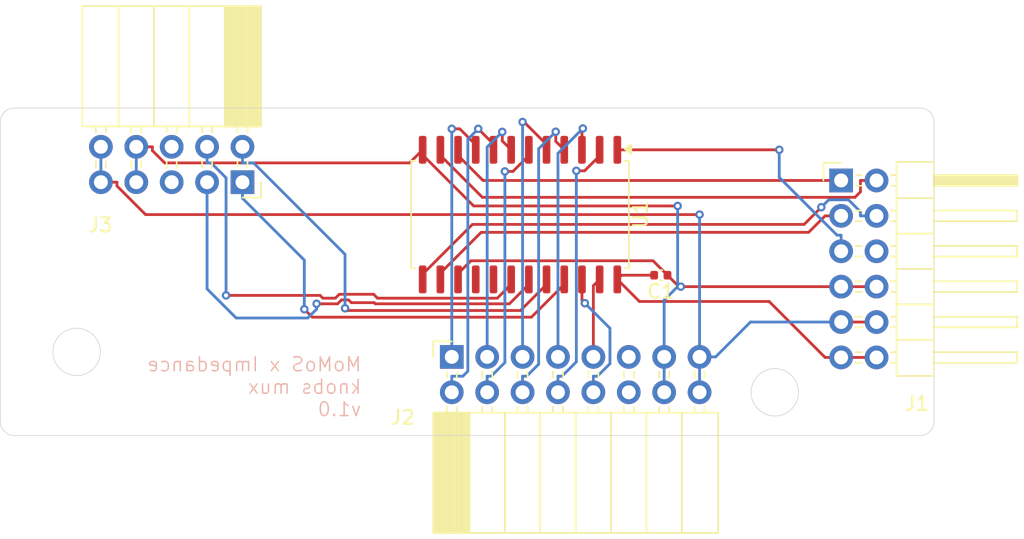
<source format=kicad_pcb>
(kicad_pcb (version 20240108) (generator "pcbnew") (generator_version "8.0")
  (layers (0 "F.Cu" signal) (31 "B.Cu" signal) (34 "B.Paste" user) (35 "F.Paste" user) (36 "B.SilkS" user "B.Silkscreen") (37 "F.SilkS" user "F.Silkscreen") (38 "B.Mask" user) (39 "F.Mask" user) (44 "Edge.Cuts" user))
  (net 0 "")
  (net 1 "Net-(J2-Pin_2)")
  (net 2 "Net-(J2-Pin_4)")
  (net 4 "Net-(J2-Pin_5)")
  (net 7 "Net-(J2-Pin_3)")
  (net 9 "Net-(J2-Pin_8)")
  (net 10 "Net-(J2-Pin_7)")
  (net 11 "Net-(J2-Pin_10)")
  (net 12 "Net-(J2-Pin_9)")
  (net 13 "GND")
  (net 14 "+5V")
  (net 15 "Net-(J1-Pin_2)")
  (net 16 "Net-(J1-Pin_1)")
  (net 17 "+3.3V")
  (net 19 "Net-(J1-Pin_5)")
  (net 20 "Net-(J1-Pin_4)")
  (net 21 "Net-(J1-Pin_3)")
  (net 22 "Net-(J2-Pin_6)")
  (net 23 "Net-(J2-Pin_1)")
  (net 24 "Net-(J3-Pin_3)")
  (net 26 "Net-(J3-Pin_4)")
  (net 27 "Net-(J3-Pin_1)")
  (net 29 "Net-(J3-Pin_2)")
  (footprint "Connector_PinSocket_2.54mm:PinSocket_2x08_P2.54mm_Horizontal" (layer "F.Cu") (at 78.92 112.36 90)
    (property "Reference" "J2" (at -4.340001 -3.520002 180) (layer "F.SilkS"))
    (property "Value" "Conn_02x08_Odd_Even" (hide yes))
    (pad "1" thru_hole rect (at 0 0 90) (size 1.7 1.7) (drill 1) (layers "*.Cu" "*.Mask" "In1.Cu" "In2.Cu" "In3.Cu" "In4.Cu" "In5.Cu" "In6.Cu" "In7.Cu" "In8.Cu" "In9.Cu" "In10.Cu" "In11.Cu" "In12.Cu" "In13.Cu" "In14.Cu" "In15.Cu" "In16.Cu" "In17.Cu" "In18.Cu" "In19.Cu" "In20.Cu" "In21.Cu" "In22.Cu" "In23.Cu" "In24.Cu" "In25.Cu" "In26.Cu" "In27.Cu" "In28.Cu" "In29.Cu" "In30.Cu") (net 23 "Net-(J2-Pin_1)"))
    (pad "2" thru_hole oval (at -2.540001 0 90) (size 1.7 1.7) (drill 1) (layers "*.Cu" "*.Mask" "In1.Cu" "In2.Cu" "In3.Cu" "In4.Cu" "In5.Cu" "In6.Cu" "In7.Cu" "In8.Cu" "In9.Cu" "In10.Cu" "In11.Cu" "In12.Cu" "In13.Cu" "In14.Cu" "In15.Cu" "In16.Cu" "In17.Cu" "In18.Cu" "In19.Cu" "In20.Cu" "In21.Cu" "In22.Cu" "In23.Cu" "In24.Cu" "In25.Cu" "In26.Cu" "In27.Cu" "In28.Cu" "In29.Cu" "In30.Cu") (net 1 "Net-(J2-Pin_2)"))
    (pad "3" thru_hole oval (at 0 2.540001 90) (size 1.7 1.7) (drill 1) (layers "*.Cu" "*.Mask" "In1.Cu" "In2.Cu" "In3.Cu" "In4.Cu" "In5.Cu" "In6.Cu" "In7.Cu" "In8.Cu" "In9.Cu" "In10.Cu" "In11.Cu" "In12.Cu" "In13.Cu" "In14.Cu" "In15.Cu" "In16.Cu" "In17.Cu" "In18.Cu" "In19.Cu" "In20.Cu" "In21.Cu" "In22.Cu" "In23.Cu" "In24.Cu" "In25.Cu" "In26.Cu" "In27.Cu" "In28.Cu" "In29.Cu" "In30.Cu") (net 7 "Net-(J2-Pin_3)"))
    (pad "4" thru_hole oval (at -2.54 2.54 90) (size 1.7 1.7) (drill 1) (layers "*.Cu" "*.Mask" "In1.Cu" "In2.Cu" "In3.Cu" "In4.Cu" "In5.Cu" "In6.Cu" "In7.Cu" "In8.Cu" "In9.Cu" "In10.Cu" "In11.Cu" "In12.Cu" "In13.Cu" "In14.Cu" "In15.Cu" "In16.Cu" "In17.Cu" "In18.Cu" "In19.Cu" "In20.Cu" "In21.Cu" "In22.Cu" "In23.Cu" "In24.Cu" "In25.Cu" "In26.Cu" "In27.Cu" "In28.Cu" "In29.Cu" "In30.Cu") (net 2 "Net-(J2-Pin_4)"))
    (pad "5" thru_hole oval (at 0.000001 5.08 90) (size 1.7 1.7) (drill 1) (layers "*.Cu" "*.Mask" "In1.Cu" "In2.Cu" "In3.Cu" "In4.Cu" "In5.Cu" "In6.Cu" "In7.Cu" "In8.Cu" "In9.Cu" "In10.Cu" "In11.Cu" "In12.Cu" "In13.Cu" "In14.Cu" "In15.Cu" "In16.Cu" "In17.Cu" "In18.Cu" "In19.Cu" "In20.Cu" "In21.Cu" "In22.Cu" "In23.Cu" "In24.Cu" "In25.Cu" "In26.Cu" "In27.Cu" "In28.Cu" "In29.Cu" "In30.Cu") (net 4 "Net-(J2-Pin_5)"))
    (pad "6" thru_hole oval (at -2.54 5.080001 90) (size 1.7 1.7) (drill 1) (layers "*.Cu" "*.Mask" "In1.Cu" "In2.Cu" "In3.Cu" "In4.Cu" "In5.Cu" "In6.Cu" "In7.Cu" "In8.Cu" "In9.Cu" "In10.Cu" "In11.Cu" "In12.Cu" "In13.Cu" "In14.Cu" "In15.Cu" "In16.Cu" "In17.Cu" "In18.Cu" "In19.Cu" "In20.Cu" "In21.Cu" "In22.Cu" "In23.Cu" "In24.Cu" "In25.Cu" "In26.Cu" "In27.Cu" "In28.Cu" "In29.Cu" "In30.Cu") (net 22 "Net-(J2-Pin_6)"))
    (pad "7" thru_hole oval (at -0.000001 7.620001 90) (size 1.7 1.7) (drill 1) (layers "*.Cu" "*.Mask" "In1.Cu" "In2.Cu" "In3.Cu" "In4.Cu" "In5.Cu" "In6.Cu" "In7.Cu" "In8.Cu" "In9.Cu" "In10.Cu" "In11.Cu" "In12.Cu" "In13.Cu" "In14.Cu" "In15.Cu" "In16.Cu" "In17.Cu" "In18.Cu" "In19.Cu" "In20.Cu" "In21.Cu" "In22.Cu" "In23.Cu" "In24.Cu" "In25.Cu" "In26.Cu" "In27.Cu" "In28.Cu" "In29.Cu" "In30.Cu") (net 10 "Net-(J2-Pin_7)"))
    (pad "8" thru_hole oval (at -2.540001 7.619999 90) (size 1.7 1.7) (drill 1) (layers "*.Cu" "*.Mask" "In1.Cu" "In2.Cu" "In3.Cu" "In4.Cu" "In5.Cu" "In6.Cu" "In7.Cu" "In8.Cu" "In9.Cu" "In10.Cu" "In11.Cu" "In12.Cu" "In13.Cu" "In14.Cu" "In15.Cu" "In16.Cu" "In17.Cu" "In18.Cu" "In19.Cu" "In20.Cu" "In21.Cu" "In22.Cu" "In23.Cu" "In24.Cu" "In25.Cu" "In26.Cu" "In27.Cu" "In28.Cu" "In29.Cu" "In30.Cu") (net 9 "Net-(J2-Pin_8)"))
    (pad "9" thru_hole oval (at 0 10.16 90) (size 1.7 1.7) (drill 1) (layers "*.Cu" "*.Mask" "In1.Cu" "In2.Cu" "In3.Cu" "In4.Cu" "In5.Cu" "In6.Cu" "In7.Cu" "In8.Cu" "In9.Cu" "In10.Cu" "In11.Cu" "In12.Cu" "In13.Cu" "In14.Cu" "In15.Cu" "In16.Cu" "In17.Cu" "In18.Cu" "In19.Cu" "In20.Cu" "In21.Cu" "In22.Cu" "In23.Cu" "In24.Cu" "In25.Cu" "In26.Cu" "In27.Cu" "In28.Cu" "In29.Cu" "In30.Cu") (net 12 "Net-(J2-Pin_9)"))
    (pad "10" thru_hole oval (at -2.540001 10.16 90) (size 1.7 1.7) (drill 1) (layers "*.Cu" "*.Mask" "In1.Cu" "In2.Cu" "In3.Cu" "In4.Cu" "In5.Cu" "In6.Cu" "In7.Cu" "In8.Cu" "In9.Cu" "In10.Cu" "In11.Cu" "In12.Cu" "In13.Cu" "In14.Cu" "In15.Cu" "In16.Cu" "In17.Cu" "In18.Cu" "In19.Cu" "In20.Cu" "In21.Cu" "In22.Cu" "In23.Cu" "In24.Cu" "In25.Cu" "In26.Cu" "In27.Cu" "In28.Cu" "In29.Cu" "In30.Cu") (net 11 "Net-(J2-Pin_10)"))
    (pad "11" thru_hole oval (at 0 12.7 90) (size 1.7 1.7) (drill 1) (layers "*.Cu" "*.Mask" "In1.Cu" "In2.Cu" "In3.Cu" "In4.Cu" "In5.Cu" "In6.Cu" "In7.Cu" "In8.Cu" "In9.Cu" "In10.Cu" "In11.Cu" "In12.Cu" "In13.Cu" "In14.Cu" "In15.Cu" "In16.Cu" "In17.Cu" "In18.Cu" "In19.Cu" "In20.Cu" "In21.Cu" "In22.Cu" "In23.Cu" "In24.Cu" "In25.Cu" "In26.Cu" "In27.Cu" "In28.Cu" "In29.Cu" "In30.Cu"))
    (pad "12" thru_hole oval (at -2.54 12.699999 90) (size 1.7 1.7) (drill 1) (layers "*.Cu" "*.Mask" "In1.Cu" "In2.Cu" "In3.Cu" "In4.Cu" "In5.Cu" "In6.Cu" "In7.Cu" "In8.Cu" "In9.Cu" "In10.Cu" "In11.Cu" "In12.Cu" "In13.Cu" "In14.Cu" "In15.Cu" "In16.Cu" "In17.Cu" "In18.Cu" "In19.Cu" "In20.Cu" "In21.Cu" "In22.Cu" "In23.Cu" "In24.Cu" "In25.Cu" "In26.Cu" "In27.Cu" "In28.Cu" "In29.Cu" "In30.Cu"))
    (pad "13" thru_hole oval (at 0.000001 15.24 90) (size 1.7 1.7) (drill 1) (layers "*.Cu" "*.Mask" "In1.Cu" "In2.Cu" "In3.Cu" "In4.Cu" "In5.Cu" "In6.Cu" "In7.Cu" "In8.Cu" "In9.Cu" "In10.Cu" "In11.Cu" "In12.Cu" "In13.Cu" "In14.Cu" "In15.Cu" "In16.Cu" "In17.Cu" "In18.Cu" "In19.Cu" "In20.Cu" "In21.Cu" "In22.Cu" "In23.Cu" "In24.Cu" "In25.Cu" "In26.Cu" "In27.Cu" "In28.Cu" "In29.Cu" "In30.Cu") (net 13 "GND"))
    (pad "14" thru_hole oval (at -2.539999 15.24 90) (size 1.7 1.7) (drill 1) (layers "*.Cu" "*.Mask" "In1.Cu" "In2.Cu" "In3.Cu" "In4.Cu" "In5.Cu" "In6.Cu" "In7.Cu" "In8.Cu" "In9.Cu" "In10.Cu" "In11.Cu" "In12.Cu" "In13.Cu" "In14.Cu" "In15.Cu" "In16.Cu" "In17.Cu" "In18.Cu" "In19.Cu" "In20.Cu" "In21.Cu" "In22.Cu" "In23.Cu" "In24.Cu" "In25.Cu" "In26.Cu" "In27.Cu" "In28.Cu" "In29.Cu" "In30.Cu") (net 13 "GND"))
    (pad "15" thru_hole oval (at 0.000001 17.780001 90) (size 1.7 1.7) (drill 1) (layers "*.Cu" "*.Mask" "In1.Cu" "In2.Cu" "In3.Cu" "In4.Cu" "In5.Cu" "In6.Cu" "In7.Cu" "In8.Cu" "In9.Cu" "In10.Cu" "In11.Cu" "In12.Cu" "In13.Cu" "In14.Cu" "In15.Cu" "In16.Cu" "In17.Cu" "In18.Cu" "In19.Cu" "In20.Cu" "In21.Cu" "In22.Cu" "In23.Cu" "In24.Cu" "In25.Cu" "In26.Cu" "In27.Cu" "In28.Cu" "In29.Cu" "In30.Cu") (net 17 "+3.3V"))
    (pad "16" thru_hole oval (at -2.540001 17.779998 90) (size 1.7 1.7) (drill 1) (layers "*.Cu" "*.Mask" "In1.Cu" "In2.Cu" "In3.Cu" "In4.Cu" "In5.Cu" "In6.Cu" "In7.Cu" "In8.Cu" "In9.Cu" "In10.Cu" "In11.Cu" "In12.Cu" "In13.Cu" "In14.Cu" "In15.Cu" "In16.Cu" "In17.Cu" "In18.Cu" "In19.Cu" "In20.Cu" "In21.Cu" "In22.Cu" "In23.Cu" "In24.Cu" "In25.Cu" "In26.Cu" "In27.Cu" "In28.Cu" "In29.Cu" "In30.Cu") (net 17 "+3.3V"))
  )
  (footprint "Connector_PinSocket_2.54mm:PinSocket_2x05_P2.54mm_Horizontal" (layer "F.Cu") (at 63.9 99.825 -90)
    (property "Reference" "J3" (at 3.075001 10.200001 180) (layer "F.SilkS"))
    (property "Value" "Conn_02x05_Odd_Even" (hide yes))
    (pad "1" thru_hole rect (at 0 0 270) (size 1.7 1.7) (drill 1) (layers "*.Cu" "*.Mask" "In1.Cu" "In2.Cu" "In3.Cu" "In4.Cu" "In5.Cu" "In6.Cu" "In7.Cu" "In8.Cu" "In9.Cu" "In10.Cu" "In11.Cu" "In12.Cu" "In13.Cu" "In14.Cu" "In15.Cu" "In16.Cu" "In17.Cu" "In18.Cu" "In19.Cu" "In20.Cu" "In21.Cu" "In22.Cu" "In23.Cu" "In24.Cu" "In25.Cu" "In26.Cu" "In27.Cu" "In28.Cu" "In29.Cu" "In30.Cu") (net 27 "Net-(J3-Pin_1)"))
    (pad "2" thru_hole oval (at -2.540001 0 270) (size 1.7 1.7) (drill 1) (layers "*.Cu" "*.Mask" "In1.Cu" "In2.Cu" "In3.Cu" "In4.Cu" "In5.Cu" "In6.Cu" "In7.Cu" "In8.Cu" "In9.Cu" "In10.Cu" "In11.Cu" "In12.Cu" "In13.Cu" "In14.Cu" "In15.Cu" "In16.Cu" "In17.Cu" "In18.Cu" "In19.Cu" "In20.Cu" "In21.Cu" "In22.Cu" "In23.Cu" "In24.Cu" "In25.Cu" "In26.Cu" "In27.Cu" "In28.Cu" "In29.Cu" "In30.Cu") (net 29 "Net-(J3-Pin_2)"))
    (pad "3" thru_hole oval (at 0 2.540001 270) (size 1.7 1.7) (drill 1) (layers "*.Cu" "*.Mask" "In1.Cu" "In2.Cu" "In3.Cu" "In4.Cu" "In5.Cu" "In6.Cu" "In7.Cu" "In8.Cu" "In9.Cu" "In10.Cu" "In11.Cu" "In12.Cu" "In13.Cu" "In14.Cu" "In15.Cu" "In16.Cu" "In17.Cu" "In18.Cu" "In19.Cu" "In20.Cu" "In21.Cu" "In22.Cu" "In23.Cu" "In24.Cu" "In25.Cu" "In26.Cu" "In27.Cu" "In28.Cu" "In29.Cu" "In30.Cu") (net 24 "Net-(J3-Pin_3)"))
    (pad "4" thru_hole oval (at -2.54 2.54 270) (size 1.7 1.7) (drill 1) (layers "*.Cu" "*.Mask" "In1.Cu" "In2.Cu" "In3.Cu" "In4.Cu" "In5.Cu" "In6.Cu" "In7.Cu" "In8.Cu" "In9.Cu" "In10.Cu" "In11.Cu" "In12.Cu" "In13.Cu" "In14.Cu" "In15.Cu" "In16.Cu" "In17.Cu" "In18.Cu" "In19.Cu" "In20.Cu" "In21.Cu" "In22.Cu" "In23.Cu" "In24.Cu" "In25.Cu" "In26.Cu" "In27.Cu" "In28.Cu" "In29.Cu" "In30.Cu") (net 26 "Net-(J3-Pin_4)"))
    (pad "5" thru_hole oval (at -0.000001 5.08 270) (size 1.7 1.7) (drill 1) (layers "*.Cu" "*.Mask" "In1.Cu" "In2.Cu" "In3.Cu" "In4.Cu" "In5.Cu" "In6.Cu" "In7.Cu" "In8.Cu" "In9.Cu" "In10.Cu" "In11.Cu" "In12.Cu" "In13.Cu" "In14.Cu" "In15.Cu" "In16.Cu" "In17.Cu" "In18.Cu" "In19.Cu" "In20.Cu" "In21.Cu" "In22.Cu" "In23.Cu" "In24.Cu" "In25.Cu" "In26.Cu" "In27.Cu" "In28.Cu" "In29.Cu" "In30.Cu"))
    (pad "6" thru_hole oval (at -2.540002 5.080001 270) (size 1.7 1.7) (drill 1) (layers "*.Cu" "*.Mask" "In1.Cu" "In2.Cu" "In3.Cu" "In4.Cu" "In5.Cu" "In6.Cu" "In7.Cu" "In8.Cu" "In9.Cu" "In10.Cu" "In11.Cu" "In12.Cu" "In13.Cu" "In14.Cu" "In15.Cu" "In16.Cu" "In17.Cu" "In18.Cu" "In19.Cu" "In20.Cu" "In21.Cu" "In22.Cu" "In23.Cu" "In24.Cu" "In25.Cu" "In26.Cu" "In27.Cu" "In28.Cu" "In29.Cu" "In30.Cu"))
    (pad "7" thru_hole oval (at 0.000001 7.620001 270) (size 1.7 1.7) (drill 1) (layers "*.Cu" "*.Mask" "In1.Cu" "In2.Cu" "In3.Cu" "In4.Cu" "In5.Cu" "In6.Cu" "In7.Cu" "In8.Cu" "In9.Cu" "In10.Cu" "In11.Cu" "In12.Cu" "In13.Cu" "In14.Cu" "In15.Cu" "In16.Cu" "In17.Cu" "In18.Cu" "In19.Cu" "In20.Cu" "In21.Cu" "In22.Cu" "In23.Cu" "In24.Cu" "In25.Cu" "In26.Cu" "In27.Cu" "In28.Cu" "In29.Cu" "In30.Cu") (net 13 "GND"))
    (pad "8" thru_hole oval (at -2.539999 7.62 270) (size 1.7 1.7) (drill 1) (layers "*.Cu" "*.Mask" "In1.Cu" "In2.Cu" "In3.Cu" "In4.Cu" "In5.Cu" "In6.Cu" "In7.Cu" "In8.Cu" "In9.Cu" "In10.Cu" "In11.Cu" "In12.Cu" "In13.Cu" "In14.Cu" "In15.Cu" "In16.Cu" "In17.Cu" "In18.Cu" "In19.Cu" "In20.Cu" "In21.Cu" "In22.Cu" "In23.Cu" "In24.Cu" "In25.Cu" "In26.Cu" "In27.Cu" "In28.Cu" "In29.Cu" "In30.Cu") (net 13 "GND"))
    (pad "9" thru_hole oval (at 0 10.16 270) (size 1.7 1.7) (drill 1) (layers "*.Cu" "*.Mask" "In1.Cu" "In2.Cu" "In3.Cu" "In4.Cu" "In5.Cu" "In6.Cu" "In7.Cu" "In8.Cu" "In9.Cu" "In10.Cu" "In11.Cu" "In12.Cu" "In13.Cu" "In14.Cu" "In15.Cu" "In16.Cu" "In17.Cu" "In18.Cu" "In19.Cu" "In20.Cu" "In21.Cu" "In22.Cu" "In23.Cu" "In24.Cu" "In25.Cu" "In26.Cu" "In27.Cu" "In28.Cu" "In29.Cu" "In30.Cu") (net 17 "+3.3V"))
    (pad "10" thru_hole oval (at -2.539999 10.16 270) (size 1.7 1.7) (drill 1) (layers "*.Cu" "*.Mask" "In1.Cu" "In2.Cu" "In3.Cu" "In4.Cu" "In5.Cu" "In6.Cu" "In7.Cu" "In8.Cu" "In9.Cu" "In10.Cu" "In11.Cu" "In12.Cu" "In13.Cu" "In14.Cu" "In15.Cu" "In16.Cu" "In17.Cu" "In18.Cu" "In19.Cu" "In20.Cu" "In21.Cu" "In22.Cu" "In23.Cu" "In24.Cu" "In25.Cu" "In26.Cu" "In27.Cu" "In28.Cu" "In29.Cu" "In30.Cu") (net 17 "+3.3V"))
  )
  (footprint "Package_SO:SOP-24_7.5x15.4mm_P1.27mm" (layer "F.Cu") (at 83.815 102.15 -90)
    (property "Reference" "U1" (at 0 -8.65 90) (layer "F.SilkS"))
    (property "Value" "74HC4067PW")
    (pad "1" smd roundrect (at -4.65 -6.985 270) (size 2 0.55) (layers "F.Cu" "F.Paste" "F.Mask") (net 19 "Net-(J1-Pin_5)"))
    (pad "2" smd roundrect (at -4.65 -5.715 270) (size 2 0.55) (layers "F.Cu" "F.Paste" "F.Mask") (net 9 "Net-(J2-Pin_8)"))
    (pad "3" smd roundrect (at -4.65 -4.445 270) (size 2 0.55) (layers "F.Cu" "F.Paste" "F.Mask") (net 10 "Net-(J2-Pin_7)"))
    (pad "4" smd roundrect (at -4.65 -3.175 270) (size 2 0.55) (layers "F.Cu" "F.Paste" "F.Mask") (net 22 "Net-(J2-Pin_6)"))
    (pad "5" smd roundrect (at -4.65 -1.905 270) (size 2 0.55) (layers "F.Cu" "F.Paste" "F.Mask") (net 4 "Net-(J2-Pin_5)"))
    (pad "6" smd roundrect (at -4.65 -0.635 270) (size 2 0.55) (layers "F.Cu" "F.Paste" "F.Mask") (net 2 "Net-(J2-Pin_4)"))
    (pad "7" smd roundrect (at -4.65 0.635 270) (size 2 0.55) (layers "F.Cu" "F.Paste" "F.Mask") (net 7 "Net-(J2-Pin_3)"))
    (pad "8" smd roundrect (at -4.65 1.905 270) (size 2 0.55) (layers "F.Cu" "F.Paste" "F.Mask") (net 1 "Net-(J2-Pin_2)"))
    (pad "9" smd roundrect (at -4.65 3.175 270) (size 2 0.55) (layers "F.Cu" "F.Paste" "F.Mask") (net 23 "Net-(J2-Pin_1)"))
    (pad "10" smd roundrect (at -4.65 4.445 270) (size 2 0.55) (layers "F.Cu" "F.Paste" "F.Mask") (net 16 "Net-(J1-Pin_1)"))
    (pad "11" smd roundrect (at -4.65 5.715 270) (size 2 0.55) (layers "F.Cu" "F.Paste" "F.Mask") (net 15 "Net-(J1-Pin_2)"))
    (pad "12" smd roundrect (at -4.65 6.985 270) (size 2 0.55) (layers "F.Cu" "F.Paste" "F.Mask") (net 13 "GND"))
    (pad "13" smd roundrect (at 4.65 6.985 270) (size 2 0.55) (layers "F.Cu" "F.Paste" "F.Mask") (net 20 "Net-(J1-Pin_4)"))
    (pad "14" smd roundrect (at 4.65 5.715 270) (size 2 0.55) (layers "F.Cu" "F.Paste" "F.Mask") (net 21 "Net-(J1-Pin_3)"))
    (pad "15" smd roundrect (at 4.65 4.445 270) (size 2 0.55) (layers "F.Cu" "F.Paste" "F.Mask") (net 13 "GND"))
    (pad "16" smd roundrect (at 4.65 3.175 270) (size 2 0.55) (layers "F.Cu" "F.Paste" "F.Mask"))
    (pad "17" smd roundrect (at 4.65 1.905 270) (size 2 0.55) (layers "F.Cu" "F.Paste" "F.Mask"))
    (pad "18" smd roundrect (at 4.65 0.635 270) (size 2 0.55) (layers "F.Cu" "F.Paste" "F.Mask") (net 26 "Net-(J3-Pin_4)"))
    (pad "19" smd roundrect (at 4.65 -0.635 270) (size 2 0.55) (layers "F.Cu" "F.Paste" "F.Mask") (net 24 "Net-(J3-Pin_3)"))
    (pad "20" smd roundrect (at 4.65 -1.905 270) (size 2 0.55) (layers "F.Cu" "F.Paste" "F.Mask") (net 29 "Net-(J3-Pin_2)"))
    (pad "21" smd roundrect (at 4.65 -3.175 270) (size 2 0.55) (layers "F.Cu" "F.Paste" "F.Mask") (net 27 "Net-(J3-Pin_1)"))
    (pad "22" smd roundrect (at 4.65 -4.445 270) (size 2 0.55) (layers "F.Cu" "F.Paste" "F.Mask") (net 11 "Net-(J2-Pin_10)"))
    (pad "23" smd roundrect (at 4.65 -5.715 270) (size 2 0.55) (layers "F.Cu" "F.Paste" "F.Mask") (net 12 "Net-(J2-Pin_9)"))
    (pad "24" smd roundrect (at 4.65 -6.985 270) (size 2 0.55) (layers "F.Cu" "F.Paste" "F.Mask") (net 14 "+5V"))
  )
  (footprint "Capacitor_SMD:C_0402_1005Metric" (layer "F.Cu") (at 93.92 106.5 180)
    (property "Reference" "C1" (at -0.000002 -1.16 0) (layer "F.SilkS"))
    (property "Value" "100 nF")
    (pad "1" smd roundrect (at -0.48 0 180) (size 0.56 0.62) (layers "F.Cu" "F.Paste" "F.Mask") (net 13 "GND"))
    (pad "2" smd roundrect (at 0.48 0 180) (size 0.56 0.62) (layers "F.Cu" "F.Paste" "F.Mask") (net 14 "+5V"))
  )
  (footprint "Connector_PinHeader_2.54mm:PinHeader_2x06_P2.54mm_Horizontal" (layer "F.Cu") (at 106.86 99.7)
    (property "Reference" "J1" (at 5.44 16 0) (layer "F.SilkS"))
    (property "Value" "Conn_02x06_Odd_Even" (hide yes))
    (pad "1" thru_hole rect (at 0 0) (size 1.7 1.7) (drill 1) (layers "*.Cu" "*.Mask" "In1.Cu" "In2.Cu" "In3.Cu" "In4.Cu" "In5.Cu" "In6.Cu" "In7.Cu" "In8.Cu" "In9.Cu" "In10.Cu" "In11.Cu" "In12.Cu" "In13.Cu" "In14.Cu" "In15.Cu" "In16.Cu" "In17.Cu" "In18.Cu" "In19.Cu" "In20.Cu" "In21.Cu" "In22.Cu" "In23.Cu" "In24.Cu" "In25.Cu" "In26.Cu" "In27.Cu" "In28.Cu" "In29.Cu" "In30.Cu") (net 16 "Net-(J1-Pin_1)"))
    (pad "2" thru_hole oval (at 2.54 0) (size 1.7 1.7) (drill 1) (layers "*.Cu" "*.Mask" "In1.Cu" "In2.Cu" "In3.Cu" "In4.Cu" "In5.Cu" "In6.Cu" "In7.Cu" "In8.Cu" "In9.Cu" "In10.Cu" "In11.Cu" "In12.Cu" "In13.Cu" "In14.Cu" "In15.Cu" "In16.Cu" "In17.Cu" "In18.Cu" "In19.Cu" "In20.Cu" "In21.Cu" "In22.Cu" "In23.Cu" "In24.Cu" "In25.Cu" "In26.Cu" "In27.Cu" "In28.Cu" "In29.Cu" "In30.Cu") (net 15 "Net-(J1-Pin_2)"))
    (pad "3" thru_hole oval (at 0 2.54) (size 1.7 1.7) (drill 1) (layers "*.Cu" "*.Mask" "In1.Cu" "In2.Cu" "In3.Cu" "In4.Cu" "In5.Cu" "In6.Cu" "In7.Cu" "In8.Cu" "In9.Cu" "In10.Cu" "In11.Cu" "In12.Cu" "In13.Cu" "In14.Cu" "In15.Cu" "In16.Cu" "In17.Cu" "In18.Cu" "In19.Cu" "In20.Cu" "In21.Cu" "In22.Cu" "In23.Cu" "In24.Cu" "In25.Cu" "In26.Cu" "In27.Cu" "In28.Cu" "In29.Cu" "In30.Cu") (net 21 "Net-(J1-Pin_3)"))
    (pad "4" thru_hole oval (at 2.54 2.54) (size 1.7 1.7) (drill 1) (layers "*.Cu" "*.Mask" "In1.Cu" "In2.Cu" "In3.Cu" "In4.Cu" "In5.Cu" "In6.Cu" "In7.Cu" "In8.Cu" "In9.Cu" "In10.Cu" "In11.Cu" "In12.Cu" "In13.Cu" "In14.Cu" "In15.Cu" "In16.Cu" "In17.Cu" "In18.Cu" "In19.Cu" "In20.Cu" "In21.Cu" "In22.Cu" "In23.Cu" "In24.Cu" "In25.Cu" "In26.Cu" "In27.Cu" "In28.Cu" "In29.Cu" "In30.Cu") (net 20 "Net-(J1-Pin_4)"))
    (pad "5" thru_hole oval (at 0 5.08) (size 1.7 1.7) (drill 1) (layers "*.Cu" "*.Mask" "In1.Cu" "In2.Cu" "In3.Cu" "In4.Cu" "In5.Cu" "In6.Cu" "In7.Cu" "In8.Cu" "In9.Cu" "In10.Cu" "In11.Cu" "In12.Cu" "In13.Cu" "In14.Cu" "In15.Cu" "In16.Cu" "In17.Cu" "In18.Cu" "In19.Cu" "In20.Cu" "In21.Cu" "In22.Cu" "In23.Cu" "In24.Cu" "In25.Cu" "In26.Cu" "In27.Cu" "In28.Cu" "In29.Cu" "In30.Cu") (net 19 "Net-(J1-Pin_5)"))
    (pad "6" thru_hole oval (at 2.54 5.08) (size 1.7 1.7) (drill 1) (layers "*.Cu" "*.Mask" "In1.Cu" "In2.Cu" "In3.Cu" "In4.Cu" "In5.Cu" "In6.Cu" "In7.Cu" "In8.Cu" "In9.Cu" "In10.Cu" "In11.Cu" "In12.Cu" "In13.Cu" "In14.Cu" "In15.Cu" "In16.Cu" "In17.Cu" "In18.Cu" "In19.Cu" "In20.Cu" "In21.Cu" "In22.Cu" "In23.Cu" "In24.Cu" "In25.Cu" "In26.Cu" "In27.Cu" "In28.Cu" "In29.Cu" "In30.Cu"))
    (pad "7" thru_hole oval (at 0 7.62) (size 1.7 1.7) (drill 1) (layers "*.Cu" "*.Mask" "In1.Cu" "In2.Cu" "In3.Cu" "In4.Cu" "In5.Cu" "In6.Cu" "In7.Cu" "In8.Cu" "In9.Cu" "In10.Cu" "In11.Cu" "In12.Cu" "In13.Cu" "In14.Cu" "In15.Cu" "In16.Cu" "In17.Cu" "In18.Cu" "In19.Cu" "In20.Cu" "In21.Cu" "In22.Cu" "In23.Cu" "In24.Cu" "In25.Cu" "In26.Cu" "In27.Cu" "In28.Cu" "In29.Cu" "In30.Cu") (net 13 "GND"))
    (pad "8" thru_hole oval (at 2.54 7.62) (size 1.7 1.7) (drill 1) (layers "*.Cu" "*.Mask" "In1.Cu" "In2.Cu" "In3.Cu" "In4.Cu" "In5.Cu" "In6.Cu" "In7.Cu" "In8.Cu" "In9.Cu" "In10.Cu" "In11.Cu" "In12.Cu" "In13.Cu" "In14.Cu" "In15.Cu" "In16.Cu" "In17.Cu" "In18.Cu" "In19.Cu" "In20.Cu" "In21.Cu" "In22.Cu" "In23.Cu" "In24.Cu" "In25.Cu" "In26.Cu" "In27.Cu" "In28.Cu" "In29.Cu" "In30.Cu") (net 13 "GND"))
    (pad "9" thru_hole oval (at 0 10.16) (size 1.7 1.7) (drill 1) (layers "*.Cu" "*.Mask" "In1.Cu" "In2.Cu" "In3.Cu" "In4.Cu" "In5.Cu" "In6.Cu" "In7.Cu" "In8.Cu" "In9.Cu" "In10.Cu" "In11.Cu" "In12.Cu" "In13.Cu" "In14.Cu" "In15.Cu" "In16.Cu" "In17.Cu" "In18.Cu" "In19.Cu" "In20.Cu" "In21.Cu" "In22.Cu" "In23.Cu" "In24.Cu" "In25.Cu" "In26.Cu" "In27.Cu" "In28.Cu" "In29.Cu" "In30.Cu") (net 17 "+3.3V"))
    (pad "10" thru_hole oval (at 2.54 10.16) (size 1.7 1.7) (drill 1) (layers "*.Cu" "*.Mask" "In1.Cu" "In2.Cu" "In3.Cu" "In4.Cu" "In5.Cu" "In6.Cu" "In7.Cu" "In8.Cu" "In9.Cu" "In10.Cu" "In11.Cu" "In12.Cu" "In13.Cu" "In14.Cu" "In15.Cu" "In16.Cu" "In17.Cu" "In18.Cu" "In19.Cu" "In20.Cu" "In21.Cu" "In22.Cu" "In23.Cu" "In24.Cu" "In25.Cu" "In26.Cu" "In27.Cu" "In28.Cu" "In29.Cu" "In30.Cu") (net 17 "+3.3V"))
    (pad "11" thru_hole oval (at 0 12.7) (size 1.7 1.7) (drill 1) (layers "*.Cu" "*.Mask" "In1.Cu" "In2.Cu" "In3.Cu" "In4.Cu" "In5.Cu" "In6.Cu" "In7.Cu" "In8.Cu" "In9.Cu" "In10.Cu" "In11.Cu" "In12.Cu" "In13.Cu" "In14.Cu" "In15.Cu" "In16.Cu" "In17.Cu" "In18.Cu" "In19.Cu" "In20.Cu" "In21.Cu" "In22.Cu" "In23.Cu" "In24.Cu" "In25.Cu" "In26.Cu" "In27.Cu" "In28.Cu" "In29.Cu" "In30.Cu") (net 14 "+5V"))
    (pad "12" thru_hole oval (at 2.54 12.7) (size 1.7 1.7) (drill 1) (layers "*.Cu" "*.Mask" "In1.Cu" "In2.Cu" "In3.Cu" "In4.Cu" "In5.Cu" "In6.Cu" "In7.Cu" "In8.Cu" "In9.Cu" "In10.Cu" "In11.Cu" "In12.Cu" "In13.Cu" "In14.Cu" "In15.Cu" "In16.Cu" "In17.Cu" "In18.Cu" "In19.Cu" "In20.Cu" "In21.Cu" "In22.Cu" "In23.Cu" "In24.Cu" "In25.Cu" "In26.Cu" "In27.Cu" "In28.Cu" "In29.Cu" "In30.Cu") (net 14 "+5V"))
  )
  (gr_line (start 47.525002 94.499999) (end 112.525002 94.499999) (stroke (width 0.05)) (layer "Edge.Cuts"))
  (gr_circle (center 52 112) (end 53.7 112) (stroke (width 0.05)) (fill none) (layer "Edge.Cuts"))
  (gr_arc (start 113.525002 116.999999) (mid 113.232109 117.707107) (end 112.525002 117.999999) (stroke (width 0.05)) (layer "Edge.Cuts"))
  (gr_arc (start 46.525002 95.499999) (mid 46.817895 94.792892) (end 47.525002 94.499999) (stroke (width 0.05)) (layer "Edge.Cuts"))
  (gr_line (start 46.525002 116.999999) (end 46.525002 95.499999) (stroke (width 0.05)) (layer "Edge.Cuts"))
  (gr_circle (center 102.1 114.9) (end 103.8 114.9) (stroke (width 0.05)) (fill none) (layer "Edge.Cuts"))
  (gr_arc (start 112.525002 94.499999) (mid 113.232109 94.792892) (end 113.525002 95.499999) (stroke (width 0.05)) (layer "Edge.Cuts"))
  (gr_line (start 113.525002 95.499999) (end 113.525002 116.999999) (stroke (width 0.05)) (layer "Edge.Cuts"))
  (gr_arc (start 47.525002 117.999999) (mid 46.817894 117.707106) (end 46.525002 116.999999) (stroke (width 0.05)) (layer "Edge.Cuts"))
  (gr_line (start 112.525002 117.999999) (end 47.525002 117.999999) (stroke (width 0.05)) (layer "Edge.Cuts"))
  (gr_text "MoMoS x Impedance\nknobs mux\nv1.0" (at 72.5 116.7 0) (layer "B.SilkS") (effects (font (size 1 1) (thickness 0.1)) (justify left bottom mirror)))
  (segment (start 80.8198 95.9953) (end 81.91 97.0855) (width 0.2) (layer "F.Cu") (net 1))
  (segment (start 81.91 97.0855) (end 81.91 97.5) (width 0.2) (layer "F.Cu") (net 1))
  (via (at 80.8198 95.9953) (size 0.6) (drill 0.3) (layers "F.Cu" "B.Cu") (net 1))
  (segment (start 80.0717 113.3884) (end 80.0717 96.7434) (width 0.2) (layer "B.Cu") (net 1))
  (segment (start 78.92 113.7483) (end 79.7118 113.7483) (width 0.2) (layer "B.Cu") (net 1))
  (segment (start 78.92 114.9) (end 78.92 113.7483) (width 0.2) (layer "B.Cu") (net 1))
  (segment (start 80.0717 96.7434) (end 80.8198 95.9953) (width 0.2) (layer "B.Cu") (net 1))
  (segment (start 79.7118 113.7483) (end 80.0717 113.3884) (width 0.2) (layer "B.Cu") (net 1))
  (segment (start 83.3076 99.0518) (end 82.73 99.0518) (width 0.2) (layer "F.Cu") (net 2))
  (segment (start 84.45 97.9094) (end 83.3076 99.0518) (width 0.2) (layer "F.Cu") (net 2))
  (segment (start 84.45 97.5) (end 84.45 97.9094) (width 0.2) (layer "F.Cu") (net 2))
  (via (at 82.73 99.0518) (size 0.6) (drill 0.3) (layers "F.Cu" "B.Cu") (net 2))
  (segment (start 81.7479 113.7483) (end 82.73 112.7662) (width 0.2) (layer "B.Cu") (net 2))
  (segment (start 82.73 112.7662) (end 82.73 99.0518) (width 0.2) (layer "B.Cu") (net 2))
  (segment (start 81.46 114.9) (end 81.46 113.7483) (width 0.2) (layer "B.Cu") (net 2))
  (segment (start 81.46 113.7483) (end 81.7479 113.7483) (width 0.2) (layer "B.Cu") (net 2))
  (segment (start 85.72 97.5) (end 85.72 97.1152) (width 0.2) (layer "F.Cu") (net 4))
  (segment (start 85.72 97.1152) (end 84.1095 95.5047) (width 0.2) (layer "F.Cu") (net 4))
  (segment (start 84.1095 95.5047) (end 84 95.5047) (width 0.2) (layer "F.Cu") (net 4))
  (via (at 84 95.5047) (size 0.6) (drill 0.3) (layers "F.Cu" "B.Cu") (net 4))
  (segment (start 84 112.36) (end 84 95.5047) (width 0.2) (layer "B.Cu") (net 4))
  (segment (start 82.5438 96.2146) (end 82.5437 96.2146) (width 0.2) (layer "F.Cu") (net 7))
  (segment (start 83.18 97.5) (end 82.5438 96.8638) (width 0.2) (layer "F.Cu") (net 7))
  (segment (start 82.5438 96.8638) (end 82.5438 96.2146) (width 0.2) (layer "F.Cu") (net 7))
  (via (at 82.5437 96.2146) (size 0.6) (drill 0.3) (layers "F.Cu" "B.Cu") (net 7))
  (segment (start 81.46 112.36) (end 81.46 97.2983) (width 0.2) (layer "B.Cu") (net 7))
  (segment (start 81.46 97.2983) (end 82.5437 96.2146) (width 0.2) (layer "B.Cu") (net 7))
  (segment (start 89.53 97.9282) (end 88.4522 99.006) (width 0.2) (layer "F.Cu") (net 9))
  (segment (start 88.4522 99.006) (end 87.8588 99.006) (width 0.2) (layer "F.Cu") (net 9))
  (segment (start 89.53 97.5) (end 89.53 97.9282) (width 0.2) (layer "F.Cu") (net 9))
  (via (at 87.8588 99.006) (size 0.6) (drill 0.3) (layers "F.Cu" "B.Cu") (net 9))
  (segment (start 86.8279 113.7483) (end 87.8588 112.7174) (width 0.2) (layer "B.Cu") (net 9))
  (segment (start 86.54 113.7483) (end 86.8279 113.7483) (width 0.2) (layer "B.Cu") (net 9))
  (segment (start 86.54 114.9) (end 86.54 113.7483) (width 0.2) (layer "B.Cu") (net 9))
  (segment (start 87.8588 112.7174) (end 87.8588 99.006) (width 0.2) (layer "B.Cu") (net 9))
  (segment (start 88.3264 95.9694) (end 88.26 96.0358) (width 0.2) (layer "F.Cu") (net 10))
  (segment (start 88.26 96.0358) (end 88.26 97.5) (width 0.2) (layer "F.Cu") (net 10))
  (via (at 88.3264 95.9694) (size 0.6) (drill 0.3) (layers "F.Cu" "B.Cu") (net 10))
  (segment (start 86.54 112.36) (end 86.54 97.7558) (width 0.2) (layer "B.Cu") (net 10))
  (segment (start 86.54 97.7558) (end 88.3264 95.9694) (width 0.2) (layer "B.Cu") (net 10))
  (segment (start 88.4694 108.5065) (end 88.26 108.2971) (width 0.2) (layer "F.Cu") (net 11))
  (segment (start 88.26 108.2971) (end 88.26 106.8) (width 0.2) (layer "F.Cu") (net 11))
  (via (at 88.4694 108.5065) (size 0.6) (drill 0.3) (layers "F.Cu" "B.Cu") (net 11))
  (segment (start 90.2706 112.8456) (end 90.2706 110.3077) (width 0.2) (layer "B.Cu") (net 11))
  (segment (start 89.08 113.7483) (end 89.3679 113.7483) (width 0.2) (layer "B.Cu") (net 11))
  (segment (start 89.3679 113.7483) (end 90.2706 112.8456) (width 0.2) (layer "B.Cu") (net 11))
  (segment (start 89.08 114.9) (end 89.08 113.7483) (width 0.2) (layer "B.Cu") (net 11))
  (segment (start 90.2706 110.3077) (end 88.4694 108.5065) (width 0.2) (layer "B.Cu") (net 11))
  (segment (start 89.08 112.36) (end 89.08 107.25) (width 0.2) (layer "F.Cu") (net 12))
  (segment (start 89.08 107.25) (end 89.53 106.8) (width 0.2) (layer "F.Cu") (net 12))
  (segment (start 94.4 106.5) (end 93.3619 105.4619) (width 0.2) (layer "F.Cu") (net 13))
  (segment (start 57.4317 97.5535) (end 57.4317 97.285) (width 0.2) (layer "F.Cu") (net 13))
  (segment (start 109.4 107.32) (end 106.86 107.32) (width 0.2) (layer "F.Cu") (net 13))
  (segment (start 95.22 107.32) (end 94.4 106.5) (width 0.2) (layer "F.Cu") (net 13))
  (segment (start 76.6446 97.6854) (end 80.4885 101.5294) (width 0.2) (layer "F.Cu") (net 13))
  (segment (start 75.8911 98.4389) (end 58.3171 98.4389) (width 0.2) (layer "F.Cu") (net 13))
  (segment (start 80.2898 105.4619) (end 79.37 106.3817) (width 0.2) (layer "F.Cu") (net 13))
  (segment (start 56.28 97.285) (end 57.4317 97.285) (width 0.2) (layer "F.Cu") (net 13))
  (segment (start 95.3572 107.32) (end 95.22 107.32) (width 0.2) (layer "F.Cu") (net 13))
  (segment (start 80.4885 101.5294) (end 95.1266 101.5294) (width 0.2) (layer "F.Cu") (net 13))
  (segment (start 93.3619 105.4619) (end 80.2898 105.4619) (width 0.2) (layer "F.Cu") (net 13))
  (segment (start 106.86 107.32) (end 95.3572 107.32) (width 0.2) (layer "F.Cu") (net 13))
  (segment (start 58.3171 98.4389) (end 57.4317 97.5535) (width 0.2) (layer "F.Cu") (net 13))
  (segment (start 76.6446 97.6854) (end 75.8911 98.4389) (width 0.2) (layer "F.Cu") (net 13))
  (segment (start 79.37 106.3817) (end 79.37 106.8) (width 0.2) (layer "F.Cu") (net 13))
  (segment (start 76.83 97.5) (end 76.6446 97.6854) (width 0.2) (layer "F.Cu") (net 13))
  (via (at 95.1266 101.5294) (size 0.6) (drill 0.3) (layers "F.Cu" "B.Cu") (net 13))
  (via (at 95.3572 107.32) (size 0.6) (drill 0.3) (layers "F.Cu" "B.Cu") (net 13))
  (segment (start 94.16 114.9) (end 94.16 112.36) (width 0.2) (layer "B.Cu") (net 13))
  (segment (start 95.1266 107.32) (end 95.1266 101.5294) (width 0.2) (layer "B.Cu") (net 13))
  (segment (start 94.16 112.36) (end 94.16 108.2866) (width 0.2) (layer "B.Cu") (net 13))
  (segment (start 56.28 97.285) (end 56.28 99.825) (width 0.2) (layer "B.Cu") (net 13))
  (segment (start 94.16 108.2866) (end 95.1266 107.32) (width 0.2) (layer "B.Cu") (net 13))
  (segment (start 95.1266 107.32) (end 95.3572 107.32) (width 0.2) (layer "B.Cu") (net 13))
  (segment (start 106.86 112.4) (end 105.7083 112.4) (width 0.2) (layer "F.Cu") (net 14))
  (segment (start 109.4 112.4) (end 106.86 112.4) (width 0.2) (layer "F.Cu") (net 14))
  (segment (start 91.1 106.5) (end 90.8 106.8) (width 0.2) (layer "F.Cu") (net 14))
  (segment (start 101.6915 108.3832) (end 92.3832 108.3832) (width 0.2) (layer "F.Cu") (net 14))
  (segment (start 105.7083 112.4) (end 101.6915 108.3832) (width 0.2) (layer "F.Cu") (net 14))
  (segment (start 92.3832 108.3832) (end 90.8 106.8) (width 0.2) (layer "F.Cu") (net 14))
  (segment (start 93.44 106.5) (end 91.1 106.5) (width 0.2) (layer "F.Cu") (net 14))
  (segment (start 78.1 97.8952) (end 78.1 97.5) (width 0.2) (layer "F.Cu") (net 15))
  (segment (start 109.4 99.7) (end 108.2483 99.7) (width 0.2) (layer "F.Cu") (net 15))
  (segment (start 108.2483 100.5145) (end 107.8527 100.9101) (width 0.2) (layer "F.Cu") (net 15))
  (segment (start 81.1149 100.9101) (end 78.1 97.8952) (width 0.2) (layer "F.Cu") (net 15))
  (segment (start 108.2483 99.7) (end 108.2483 100.5145) (width 0.2) (layer "F.Cu") (net 15))
  (segment (start 107.8527 100.9101) (end 81.1149 100.9101) (width 0.2) (layer "F.Cu") (net 15))
  (segment (start 106.86 99.7) (end 81.1609 99.7) (width 0.2) (layer "F.Cu") (net 16))
  (segment (start 79.37 97.9091) (end 79.37 97.5) (width 0.2) (layer "F.Cu") (net 16))
  (segment (start 81.1609 99.7) (end 79.37 97.9091) (width 0.2) (layer "F.Cu") (net 16))
  (segment (start 54.8917 100.0935) (end 56.947 102.1488) (width 0.2) (layer "F.Cu") (net 17))
  (segment (start 54.8917 99.825) (end 54.8917 100.0935) (width 0.2) (layer "F.Cu") (net 17))
  (segment (start 56.947 102.1488) (end 96.7 102.1488) (width 0.2) (layer "F.Cu") (net 17))
  (segment (start 109.4 109.86) (end 106.86 109.86) (width 0.2) (layer "F.Cu") (net 17))
  (segment (start 53.74 99.825) (end 54.8917 99.825) (width 0.2) (layer "F.Cu") (net 17))
  (via (at 96.7 102.1488) (size 0.6) (drill 0.3) (layers "F.Cu" "B.Cu") (net 17))
  (segment (start 100.3517 109.86) (end 97.8517 112.36) (width 0.2) (layer "B.Cu") (net 17))
  (segment (start 96.7 112.36) (end 97.8517 112.36) (width 0.2) (layer "B.Cu") (net 17))
  (segment (start 96.7 112.36) (end 96.7 102.1488) (width 0.2) (layer "B.Cu") (net 17))
  (segment (start 96.7 114.9) (end 96.7 112.36) (width 0.2) (layer "B.Cu") (net 17))
  (segment (start 106.86 109.86) (end 100.3517 109.86) (width 0.2) (layer "B.Cu") (net 17))
  (segment (start 53.74 97.285) (end 53.74 99.825) (width 0.2) (layer "B.Cu") (net 17))
  (segment (start 90.8 97.5) (end 102.4189 97.5) (width 0.2) (layer "F.Cu") (net 19))
  (via (at 102.4189 97.5) (size 0.6) (drill 0.3) (layers "F.Cu" "B.Cu") (net 19))
  (segment (start 106.5655 103.6283) (end 106.86 103.6283) (width 0.2) (layer "B.Cu") (net 19))
  (segment (start 102.4189 97.5) (end 102.4189 99.4817) (width 0.2) (layer "B.Cu") (net 19))
  (segment (start 102.4189 99.4817) (end 106.5655 103.6283) (width 0.2) (layer "B.Cu") (net 19))
  (segment (start 106.86 104.78) (end 106.86 103.6283) (width 0.2) (layer "B.Cu") (net 19))
  (segment (start 76.83 106.4228) (end 80.3984 102.8544) (width 0.2) (layer "F.Cu") (net 20))
  (segment (start 76.83 106.8) (end 76.83 106.4228) (width 0.2) (layer "F.Cu") (net 20))
  (segment (start 80.3984 102.8544) (end 104.2049 102.8544) (width 0.2) (layer "F.Cu") (net 20))
  (segment (start 104.2049 102.8544) (end 105.4382 101.6211) (width 0.2) (layer "F.Cu") (net 20))
  (via (at 105.4382 101.6211) (size 0.6) (drill 0.3) (layers "F.Cu" "B.Cu") (net 20))
  (segment (start 105.971 101.0883) (end 105.4382 101.6211) (width 0.2) (layer "B.Cu") (net 20))
  (segment (start 109.4 102.24) (end 108.2483 102.24) (width 0.2) (layer "B.Cu") (net 20))
  (segment (start 108.2483 101.952) (end 107.3846 101.0883) (width 0.2) (layer "B.Cu") (net 20))
  (segment (start 108.2483 102.24) (end 108.2483 101.952) (width 0.2) (layer "B.Cu") (net 20))
  (segment (start 107.3846 101.0883) (end 105.971 101.0883) (width 0.2) (layer "B.Cu") (net 20))
  (segment (start 78.1 106.3505) (end 81.0279 103.4226) (width 0.2) (layer "F.Cu") (net 21))
  (segment (start 81.0279 103.4226) (end 104.5257 103.4226) (width 0.2) (layer "F.Cu") (net 21))
  (segment (start 78.1 106.8) (end 78.1 106.3505) (width 0.2) (layer "F.Cu") (net 21))
  (segment (start 104.5257 103.4226) (end 105.7083 102.24) (width 0.2) (layer "F.Cu") (net 21))
  (segment (start 106.86 102.24) (end 105.7083 102.24) (width 0.2) (layer "F.Cu") (net 21))
  (segment (start 86.3794 96.8894) (end 86.3794 96.2044) (width 0.2) (layer "F.Cu") (net 22))
  (segment (start 86.3794 96.2044) (end 86.3793 96.2044) (width 0.2) (layer "F.Cu") (net 22))
  (segment (start 86.99 97.5) (end 86.3794 96.8894) (width 0.2) (layer "F.Cu") (net 22))
  (via (at 86.3793 96.2044) (size 0.6) (drill 0.3) (layers "F.Cu" "B.Cu") (net 22))
  (segment (start 85.1517 97.432) (end 86.3793 96.2044) (width 0.2) (layer "B.Cu") (net 22))
  (segment (start 84 114.9) (end 84 113.7483) (width 0.2) (layer "B.Cu") (net 22))
  (segment (start 84 113.7483) (end 84.288 113.7483) (width 0.2) (layer "B.Cu") (net 22))
  (segment (start 85.1517 112.8846) (end 85.1517 97.432) (width 0.2) (layer "B.Cu") (net 22))
  (segment (start 84.288 113.7483) (end 85.1517 112.8846) (width 0.2) (layer "B.Cu") (net 22))
  (segment (start 79.4902 95.9949) (end 78.92 95.9949) (width 0.2) (layer "F.Cu") (net 23))
  (segment (start 80.64 97.1447) (end 79.4902 95.9949) (width 0.2) (layer "F.Cu") (net 23))
  (segment (start 80.64 97.5) (end 80.64 97.1447) (width 0.2) (layer "F.Cu") (net 23))
  (via (at 78.92 95.9949) (size 0.6) (drill 0.3) (layers "F.Cu" "B.Cu") (net 23))
  (segment (start 78.92 112.36) (end 78.92 95.9949) (width 0.2) (layer "B.Cu") (net 23))
  (segment (start 71.7095 108.4697) (end 71.5095 108.2697) (width 0.2) (layer "F.Cu") (net 24))
  (segment (start 73.4261 108.5501) (end 73.3457 108.4697) (width 0.2) (layer "F.Cu") (net 24))
  (segment (start 84.45 107.1567) (end 83.0566 108.5501) (width 0.2) (layer "F.Cu") (net 24))
  (segment (start 70.7308 108.5501) (end 69.219 108.5501) (width 0.2) (layer "F.Cu") (net 24))
  (segment (start 73.3457 108.4697) (end 71.7095 108.4697) (width 0.2) (layer "F.Cu") (net 24))
  (segment (start 83.0566 108.5501) (end 73.4261 108.5501) (width 0.2) (layer "F.Cu") (net 24))
  (segment (start 84.45 106.8) (end 84.45 107.1567) (width 0.2) (layer "F.Cu") (net 24))
  (segment (start 71.0112 108.2697) (end 70.7308 108.5501) (width 0.2) (layer "F.Cu") (net 24))
  (segment (start 71.5095 108.2697) (end 71.0112 108.2697) (width 0.2) (layer "F.Cu") (net 24))
  (via (at 69.219 108.5501) (size 0.6) (drill 0.3) (layers "F.Cu" "B.Cu") (net 24))
  (segment (start 69.219 108.9321) (end 69.219 108.5501) (width 0.2) (layer "B.Cu") (net 24))
  (segment (start 61.36 99.825) (end 61.36 107.4809) (width 0.2) (layer "B.Cu") (net 24))
  (segment (start 63.4476 109.5685) (end 68.5826 109.5685) (width 0.2) (layer "B.Cu") (net 24))
  (segment (start 68.5826 109.5685) (end 69.219 108.9321) (width 0.2) (layer "B.Cu") (net 24))
  (segment (start 61.36 107.4809) (end 63.4476 109.5685) (width 0.2) (layer "B.Cu") (net 24))
  (segment (start 82.1846 108.1484) (end 73.5924 108.1484) (width 0.2) (layer "F.Cu") (net 26))
  (segment (start 73.312 107.868) (end 70.8449 107.868) (width 0.2) (layer "F.Cu") (net 26))
  (segment (start 73.5924 108.1484) (end 73.312 107.868) (width 0.2) (layer "F.Cu") (net 26))
  (segment (start 70.5645 108.1484) (end 69.6682 108.1484) (width 0.2) (layer "F.Cu") (net 26))
  (segment (start 70.8449 107.868) (end 70.5645 108.1484) (width 0.2) (layer "F.Cu") (net 26))
  (segment (start 83.18 106.8) (end 83.18 107.153) (width 0.2) (layer "F.Cu") (net 26))
  (segment (start 69.6682 108.1484) (end 69.4682 107.9484) (width 0.2) (layer "F.Cu") (net 26))
  (segment (start 83.18 107.153) (end 82.1846 108.1484) (width 0.2) (layer "F.Cu") (net 26))
  (segment (start 69.4682 107.9484) (end 62.7219 107.9484) (width 0.2) (layer "F.Cu") (net 26))
  (via (at 62.7219 107.9484) (size 0.6) (drill 0.3) (layers "F.Cu" "B.Cu") (net 26))
  (segment (start 61.648 98.4367) (end 62.7219 99.5106) (width 0.2) (layer "B.Cu") (net 26))
  (segment (start 62.7219 99.5106) (end 62.7219 107.9484) (width 0.2) (layer "B.Cu") (net 26))
  (segment (start 61.36 98.4367) (end 61.648 98.4367) (width 0.2) (layer "B.Cu") (net 26))
  (segment (start 61.36 97.285) (end 61.36 98.4367) (width 0.2) (layer "B.Cu") (net 26))
  (segment (start 68.3385 108.9416) (end 68.9097 109.5128) (width 0.2) (layer "F.Cu") (net 27))
  (segment (start 86.99 107.1559) (end 86.99 106.8) (width 0.2) (layer "F.Cu") (net 27))
  (segment (start 84.6331 109.5128) (end 86.99 107.1559) (width 0.2) (layer "F.Cu") (net 27))
  (segment (start 68.9097 109.5128) (end 84.6331 109.5128) (width 0.2) (layer "F.Cu") (net 27))
  (via (at 68.3385 108.9416) (size 0.6) (drill 0.3) (layers "F.Cu" "B.Cu") (net 27))
  (segment (start 68.3385 105.4152) (end 68.3385 108.9416) (width 0.2) (layer "B.Cu") (net 27))
  (segment (start 63.9 99.825) (end 63.9 100.9767) (width 0.2) (layer "B.Cu") (net 27))
  (segment (start 63.9 100.9767) (end 68.3385 105.4152) (width 0.2) (layer "B.Cu") (net 27))
  (segment (start 83.8496 109.032) (end 85.72 107.1616) (width 0.2) (layer "F.Cu") (net 29))
  (segment (start 71.2603 108.8714) (end 71.4209 109.032) (width 0.2) (layer "F.Cu") (net 29))
  (segment (start 71.4209 109.032) (end 83.8496 109.032) (width 0.2) (layer "F.Cu") (net 29))
  (segment (start 85.72 107.1616) (end 85.72 106.8) (width 0.2) (layer "F.Cu") (net 29))
  (via (at 71.2603 108.8714) (size 0.6) (drill 0.3) (layers "F.Cu" "B.Cu") (net 29))
  (segment (start 63.9 97.285) (end 63.9 98.4367) (width 0.2) (layer "B.Cu") (net 29))
  (segment (start 63.9 98.4367) (end 64.6918 98.4367) (width 0.2) (layer "B.Cu") (net 29))
  (segment (start 64.6918 98.4367) (end 71.2603 105.0052) (width 0.2) (layer "B.Cu") (net 29))
  (segment (start 71.2603 105.0052) (end 71.2603 108.8714) (width 0.2) (layer "B.Cu") (net 29))
)
</source>
